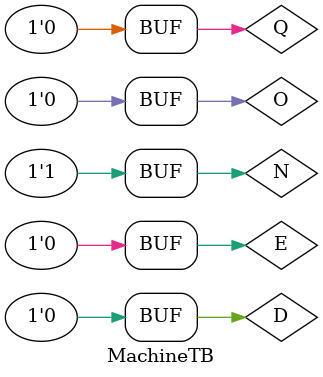
<source format=v>
`timescale 1ns / 1ps


module MachineTB;

	// Inputs
	reg N;
	reg D;
	reg Q;
	reg O;
	reg E;

	// Outputs
	wire status;
	wire S;

	// Instantiate the Unit Under Test (UUT)
	Machine uut (
		.N(N), 
		.D(D), 
		.Q(Q), 
		.O(O), 
		.E(E), 
		.status(status), 
		.S(S)
	);

	initial begin
		N = 0; D = 0; Q = 0; O = 0; E = 0;
		#50;
		N = 0; D = 0; Q = 1; O = 0; E = 0;
		#50;
		N = 0; D = 1; Q = 0; O = 0; E = 0;
		#50;
		N = 0; D = 0; Q = 1; O = 0; E = 0;
		#50;
		N = 0; D = 1; Q = 0; O = 0; E = 0;
		#50;
		N = 1; D = 0; Q = 0; O = 0; E = 0;
	end
      
endmodule


</source>
